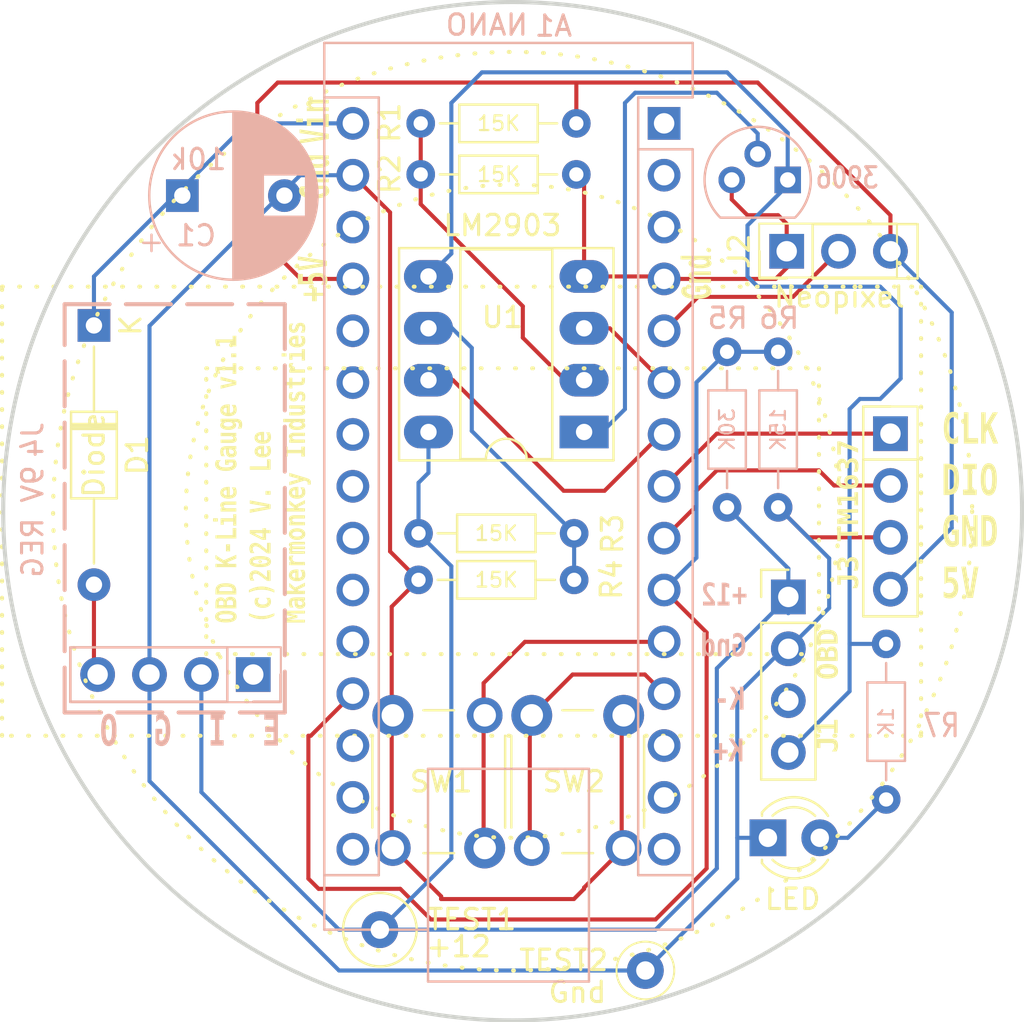
<source format=kicad_pcb>
(kicad_pcb (version 20240108) (generator "pcbnew") (generator_version "8.0")
  (layers (0 "F.Cu" signal) (31 "B.Cu" signal) (34 "B.Paste" user) (35 "F.Paste" user) (36 "B.SilkS" user "B.Silkscreen") (37 "F.SilkS" user "F.Silkscreen") (38 "B.Mask" user) (39 "F.Mask" user) (44 "Edge.Cuts" user))
  (net 0 "")
  (net 1 "GNDREF")
  (net 4 "/K+")
  (net 5 "/K-OUT")
  (net 9 "/RING")
  (net 12 "/SW1")
  (net 20 "/K-IN")
  (net 23 "/12V")
  (net 24 "/EN")
  (net 25 "Net-(Q1-B)")
  (net 26 "Net-(U1A--)")
  (net 27 "Net-(U1B--)")
  (net 28 "/BATMON")
  (net 29 "/DIG-CLK")
  (net 31 "/DIG-DIO")
  (net 32 "Net-(D2-A)")
  (net 33 "/K-")
  (net 34 "/SW2")
  (net 35 "/VSUPPLY")
  (net 36 "/9V OUT")
  (net 37 "/5V")
  (footprint "Diode_THT:D_DO-35_SOD27_P12.70mm_Horizontal" (layer "F.Cu") (at 29.5 40.89941 -90)
    (property "Reference" "D1" (at 6.35 -2.12 90) (layer "F.SilkS"))
    (property "Value" "Diode" (at 6.35 0 90) (layer "F.SilkS"))
    (fp_text user "K" (at 0 -1.8 90) (layer "F.SilkS"))
    (pad "1" thru_hole rect (at 0 0 270) (size 1.6 1.6) (drill 0.8) (layers "*.Cu" "*.Mask") (net 35 "/VSUPPLY"))
    (pad "2" thru_hole oval (at 12.7 0 270) (size 1.6 1.6) (drill 0.8) (layers "*.Cu" "*.Mask") (net 36 "/9V OUT"))
  )
  (footprint "Connector_PinHeader_2.54mm:PinHeader_1x04_P2.54mm_Vertical" (layer "F.Cu") (at 68.5 46.2)
    (property "Reference" "J3" (at -2 6.8 90) (layer "F.SilkS") (effects (font (thickness 0.2) (bold yes))))
    (property "Value" "TM1637" (at -2 2.8 90) (layer "F.SilkS") (effects (font (thickness 0.2) (bold yes))))
    (pad "1" thru_hole rect (at 0 0) (size 1.7 1.7) (drill 1) (layers "*.Cu" "*.Mask") (net 29 "/DIG-CLK"))
    (pad "2" thru_hole oval (at 0 2.54) (size 1.7 1.7) (drill 1) (layers "*.Cu" "*.Mask") (net 31 "/DIG-DIO"))
    (pad "3" thru_hole oval (at 0 5.08) (size 1.7 1.7) (drill 1) (layers "*.Cu" "*.Mask") (net 1 "GNDREF"))
    (pad "4" thru_hole oval (at 0 7.62) (size 1.7 1.7) (drill 1) (layers "*.Cu" "*.Mask") (net 37 "/5V"))
  )
  (footprint "Resistor_THT:R_Axial_DIN0204_L3.6mm_D1.6mm_P7.62mm_Horizontal" (layer "F.Cu") (at 45.5 31)
    (property "Reference" "R1" (at -1.52265 -0.030124 90) (layer "F.SilkS"))
    (property "Value" "15K" (hide yes))
    (fp_text user "15K" (at 3.81 0 0) (layer "F.SilkS") (effects (font (size 0.72 0.72) (thickness 0.108))))
    (pad "1" thru_hole circle (at 0 0) (size 1.4 1.4) (drill 0.7) (layers "*.Cu" "*.Mask") (net 26 "Net-(U1A--)"))
    (pad "2" thru_hole oval (at 7.62 0) (size 1.4 1.4) (drill 0.7) (layers "*.Cu" "*.Mask") (net 37 "/5V"))
  )
  (footprint "Connector_PinHeader_2.54mm:PinHeader_1x04_P2.54mm_Vertical" (layer "F.Cu") (at 63.5 54.2)
    (property "Reference" "J1" (at 2 6.8 90) (layer "F.SilkS") (effects (font (thickness 0.2) (bold yes))))
    (property "Value" "OBD" (at 2 2.8 90) (layer "F.SilkS") (effects (font (thickness 0.2) (bold yes))))
    (pad "1" thru_hole rect (at 0 0) (size 1.7 1.7) (drill 1) (layers "*.Cu" "*.Mask") (net 23 "/12V"))
    (pad "2" thru_hole oval (at 0 2.54) (size 1.7 1.7) (drill 1) (layers "*.Cu" "*.Mask") (net 1 "GNDREF"))
    (pad "3" thru_hole oval (at 0 5.08) (size 1.7 1.7) (drill 1) (layers "*.Cu" "*.Mask") (net 33 "/K-"))
    (pad "4" thru_hole oval (at 0 7.62) (size 1.7 1.7) (drill 1) (layers "*.Cu" "*.Mask") (net 4 "/K+"))
  )
  (footprint "" (layer "F.Cu") (at 56.5 72.5)
    (property "Reference" "TEST2" (at -4 -0.5 0) (layer "F.SilkS"))
    (property "Value" "GND")
    (pad "1" thru_hole circle (at 0 0) (size 1.8 1.8) (drill 0.9) (layers "*.Cu" "*.Mask") (net 1 "GNDREF"))
  )
  (footprint "MountingHole:MountingHole_2.1mm" (layer "F.Cu") (at 66.40899 41.91155)
    (property "Reference" "HOLE2" (hide yes))
    (property "Value" "MountingHole_2.1mm")
    (pad "" np_thru_hole circle (at 0 0) (size 2.1 2.1) (drill 2.1) (layers "F&B.Cu" "*.Mask"))
  )
  (footprint "Button_Switch_THT:SW_PUSH_6mm_H8.5mm" (layer "F.Cu") (at 44.132666 66.5 90)
    (property "Reference" "SW1" (at 3.25 2.367334 0) (layer "F.SilkS"))
    (property "Value" "SW1" (hide yes))
    (pad "1" thru_hole circle (at 0 0 180) (size 1.75 1.75) (drill 1.1) (layers "*.Cu" "*.Mask") (net 1 "GNDREF"))
    (pad "1" thru_hole circle (at 6.5 0 180) (size 2 2) (drill 1.1) (layers "*.Cu" "*.Mask") (net 1 "GNDREF"))
    (pad "2" thru_hole circle (at 0 4.5 180) (size 2 2) (drill 1.1) (layers "*.Cu" "*.Mask") (net 12 "/SW1"))
    (pad "2" thru_hole circle (at 6.5 4.5 180) (size 1.75 1.75) (drill 1.1) (layers "*.Cu" "*.Mask") (net 12 "/SW1"))
  )
  (footprint "Connector_PinHeader_2.54mm:PinHeader_1x03_P2.54mm_Vertical" (layer "F.Cu") (at 63.42 37.264906 90)
    (property "Reference" "J2" (at 0 -2.33 90) (layer "F.SilkS"))
    (property "Value" "Neopixel" (at -2.235094 2.58 0) (layer "F.SilkS"))
    (pad "1" thru_hole rect (at 0 0 90) (size 1.7 1.7) (drill 1) (layers "*.Cu" "*.Mask") (net 1 "GNDREF"))
    (pad "2" thru_hole oval (at 0 2.54 90) (size 1.7 1.7) (drill 1) (layers "*.Cu" "*.Mask") (net 9 "/RING"))
    (pad "3" thru_hole oval (at 0 5.08 90) (size 1.7 1.7) (drill 1) (layers "*.Cu" "*.Mask") (net 37 "/5V"))
  )
  (footprint "Package_DIP:DIP-8_W7.62mm_Socket_LongPads" (layer "F.Cu") (at 53.5 46.12 180)
    (property "Reference" "U1" (at 4 5.62 0) (layer "F.SilkS"))
    (property "Value" "LM2903" (at 4 10.12 0) (layer "F.SilkS"))
    (pad "1" thru_hole rect (at 0 0 180) (size 2.4 1.6) (drill 0.8) (layers "*.Cu" "*.Mask") (net 25 "Net-(Q1-B)"))
    (pad "2" thru_hole oval (at 0 2.54 180) (size 2.4 1.6) (drill 0.8) (layers "*.Cu" "*.Mask") (net 26 "Net-(U1A--)"))
    (pad "3" thru_hole oval (at 0 5.08 180) (size 2.4 1.6) (drill 0.8) (layers "*.Cu" "*.Mask") (net 5 "/K-OUT"))
    (pad "4" thru_hole oval (at 0 7.62 180) (size 2.4 1.6) (drill 0.8) (layers "*.Cu" "*.Mask") (net 1 "GNDREF"))
    (pad "5" thru_hole oval (at 7.62 7.62 180) (size 2.4 1.6) (drill 0.8) (layers "*.Cu" "*.Mask") (net 4 "/K+"))
    (pad "6" thru_hole oval (at 7.62 5.08 180) (size 2.4 1.6) (drill 0.8) (layers "*.Cu" "*.Mask") (net 27 "Net-(U1B--)"))
    (pad "7" thru_hole oval (at 7.62 2.54 180) (size 2.4 1.6) (drill 0.8) (layers "*.Cu" "*.Mask") (net 20 "/K-IN"))
    (pad "8" thru_hole oval (at 7.62 0 180) (size 2.4 1.6) (drill 0.8) (layers "*.Cu" "*.Mask") (net 23 "/12V"))
  )
  (footprint "MountingHole:MountingHole_2.1mm" (layer "F.Cu") (at 38.027066 63.83222)
    (property "Reference" "HOLE1" (hide yes))
    (property "Value" "MountingHole_2.1mm")
    (pad "" np_thru_hole circle (at 0 0) (size 2.1 2.1) (drill 2.1) (layers "F&B.Cu" "*.Mask"))
  )
  (footprint "TestPoint:TestPoint_Loop_D3.50mm_Drill0.9mm_Beaded" (layer "F.Cu") (at 43.5 70.5)
    (property "Reference" "TEST1" (at 4.5 -0.5 0) (layer "F.SilkS"))
    (property "Value" "+12" (at 3.855497 0.827314 0) (layer "F.SilkS"))
    (pad "1" thru_hole circle (at 0 0) (size 1.8 1.8) (drill 0.9) (layers "*.Cu" "*.Mask") (net 23 "/12V"))
  )
  (footprint "Button_Switch_THT:SW_PUSH_6mm_H8.5mm" (layer "F.Cu") (at 55.437901 60 -90)
    (property "Reference" "SW2" (at 3.245403 2.437901 0) (layer "F.SilkS"))
    (property "Value" "SW2" (hide yes))
    (pad "1" thru_hole circle (at 0 0) (size 2 2) (drill 1.1) (layers "*.Cu" "*.Mask") (net 1 "GNDREF"))
    (pad "1" thru_hole circle (at 6.5 0) (size 1.75 1.75) (drill 1.1) (layers "*.Cu" "*.Mask") (net 1 "GNDREF"))
    (pad "2" thru_hole circle (at 0 4.5) (size 2 2) (drill 1.1) (layers "*.Cu" "*.Mask") (net 34 "/SW2"))
    (pad "2" thru_hole circle (at 6.5 4.5) (size 1.75 1.75) (drill 1.1) (layers "*.Cu" "*.Mask") (net 34 "/SW2"))
  )
  (footprint "Resistor_THT:R_Axial_DIN0204_L3.6mm_D1.6mm_P7.62mm_Horizontal" (layer "F.Cu") (at 45.392266 53.363298)
    (property "Reference" "R4" (at 9.441164 -0.00719 90) (layer "F.SilkS"))
    (property "Value" "15K" (hide yes))
    (fp_text user "15K" (at 3.81 0 0) (layer "F.SilkS") (effects (font (size 0.72 0.72) (thickness 0.108))))
    (pad "1" thru_hole circle (at 0 0) (size 1.4 1.4) (drill 0.7) (layers "*.Cu" "*.Mask") (net 1 "GNDREF"))
    (pad "2" thru_hole oval (at 7.62 0) (size 1.4 1.4) (drill 0.7) (layers "*.Cu" "*.Mask") (net 27 "Net-(U1B--)"))
  )
  (footprint "LED_THT:LED_D3.0mm" (layer "F.Cu") (at 62.5 66)
    (property "Reference" "D2" (hide yes))
    (property "Value" "LED")
    (pad "1" thru_hole rect (at 0 0) (size 1.8 1.8) (drill 0.9) (layers "*.Cu" "*.Mask") (net 1 "GNDREF"))
    (pad "2" thru_hole circle (at 2.54 0) (size 1.8 1.8) (drill 0.9) (layers "*.Cu" "*.Mask") (net 32 "Net-(D2-A)"))
  )
  (footprint "Resistor_THT:R_Axial_DIN0204_L3.6mm_D1.6mm_P7.62mm_Horizontal" (layer "F.Cu") (at 45.392266 51.082931)
    (property "Reference" "R3" (at 9.495031 0.028721 90) (layer "F.SilkS"))
    (property "Value" "15K" (hide yes))
    (fp_text user "15K" (at 3.81 0 0) (layer "F.SilkS") (effects (font (size 0.72 0.72) (thickness 0.108))))
    (pad "1" thru_hole circle (at 0 0) (size 1.4 1.4) (drill 0.7) (layers "*.Cu" "*.Mask") (net 23 "/12V"))
    (pad "2" thru_hole oval (at 7.62 0) (size 1.4 1.4) (drill 0.7) (layers "*.Cu" "*.Mask") (net 27 "Net-(U1B--)"))
  )
  (footprint "Resistor_THT:R_Axial_DIN0204_L3.6mm_D1.6mm_P7.62mm_Horizontal" (layer "F.Cu") (at 45.5 33.5)
    (property "Reference" "R2" (at -1.52265 -0.019861 90) (layer "F.SilkS"))
    (property "Value" "15K" (hide yes))
    (fp_text user "15K" (at 3.81 0 0) (layer "F.SilkS") (effects (font (size 0.72 0.72) (thickness 0.108))))
    (pad "1" thru_hole circle (at 0 0) (size 1.4 1.4) (drill 0.7) (layers "*.Cu" "*.Mask") (net 26 "Net-(U1A--)"))
    (pad "2" thru_hole oval (at 7.62 0) (size 1.4 1.4) (drill 0.7) (layers "*.Cu" "*.Mask") (net 1 "GNDREF"))
  )
  (footprint "Module:Arduino_Nano" (layer "B.Cu") (at 57.417895 31 180)
    (property "Reference" "A1" (at 5.417895 4.769353 0) (layer "B.SilkS") (effects (justify mirror)))
    (property "Value" "NANO" (at 8.68139 4.820071 0) (layer "B.SilkS") (effects (justify mirror)))
    (pad "1" thru_hole rect (at 0 0 180) (size 1.6 1.6) (drill 1) (layers "*.Cu" "*.Mask"))
    (pad "2" thru_hole oval (at 0 -2.54 180) (size 1.6 1.6) (drill 1) (layers "*.Cu" "*.Mask"))
    (pad "3" thru_hole oval (at 0 -5.08 180) (size 1.6 1.6) (drill 1) (layers "*.Cu" "*.Mask"))
    (pad "4" thru_hole oval (at 0 -7.62 180) (size 1.6 1.6) (drill 1) (layers "*.Cu" "*.Mask") (net 1 "GNDREF"))
    (pad "5" thru_hole oval (at 0 -10.16 180) (size 1.6 1.6) (drill 1) (layers "*.Cu" "*.Mask") (net 9 "/RING"))
    (pad "6" thru_hole oval (at 0 -12.7 180) (size 1.6 1.6) (drill 1) (layers "*.Cu" "*.Mask") (net 5 "/K-OUT"))
    (pad "7" thru_hole oval (at 0 -15.24 180) (size 1.6 1.6) (drill 1) (layers "*.Cu" "*.Mask") (net 20 "/K-IN"))
    (pad "8" thru_hole oval (at 0 -17.78 180) (size 1.6 1.6) (drill 1) (layers "*.Cu" "*.Mask") (net 29 "/DIG-CLK"))
    (pad "9" thru_hole oval (at 0 -20.32 180) (size 1.6 1.6) (drill 1) (layers "*.Cu" "*.Mask") (net 31 "/DIG-DIO"))
    (pad "10" thru_hole oval (at 0 -22.86 180) (size 1.6 1.6) (drill 1) (layers "*.Cu" "*.Mask") (net 28 "/BATMON"))
    (pad "11" thru_hole oval (at 0 -25.4 180) (size 1.6 1.6) (drill 1) (layers "*.Cu" "*.Mask") (net 12 "/SW1"))
    (pad "12" thru_hole oval (at 0 -27.94 180) (size 1.6 1.6) (drill 1) (layers "*.Cu" "*.Mask") (net 34 "/SW2"))
    (pad "13" thru_hole oval (at 0 -30.48 180) (size 1.6 1.6) (drill 1) (layers "*.Cu" "*.Mask"))
    (pad "14" thru_hole oval (at 0 -33.02 180) (size 1.6 1.6) (drill 1) (layers "*.Cu" "*.Mask"))
    (pad "15" thru_hole oval (at 0 -35.56 180) (size 1.6 1.6) (drill 1) (layers "*.Cu" "*.Mask"))
    (pad "16" thru_hole oval (at 15.24 -35.56 180) (size 1.6 1.6) (drill 1) (layers "*.Cu" "*.Mask"))
    (pad "17" thru_hole oval (at 15.24 -33.02 180) (size 1.6 1.6) (drill 1) (layers "*.Cu" "*.Mask"))
    (pad "18" thru_hole oval (at 15.24 -30.48 180) (size 1.6 1.6) (drill 1) (layers "*.Cu" "*.Mask"))
    (pad "19" thru_hole oval (at 15.24 -27.94 180) (size 1.6 1.6) (drill 1) (layers "*.Cu" "*.Mask") (net 28 "/BATMON"))
    (pad "20" thru_hole oval (at 15.24 -25.4 180) (size 1.6 1.6) (drill 1) (layers "*.Cu" "*.Mask"))
    (pad "21" thru_hole oval (at 15.24 -22.86 180) (size 1.6 1.6) (drill 1) (layers "*.Cu" "*.Mask"))
    (pad "22" thru_hole oval (at 15.24 -20.32 180) (size 1.6 1.6) (drill 1) (layers "*.Cu" "*.Mask"))
    (pad "23" thru_hole oval (at 15.24 -17.78 180) (size 1.6 1.6) (drill 1) (layers "*.Cu" "*.Mask"))
    (pad "24" thru_hole oval (at 15.24 -15.24 180) (size 1.6 1.6) (drill 1) (layers "*.Cu" "*.Mask"))
    (pad "25" thru_hole oval (at 15.24 -12.7 180) (size 1.6 1.6) (drill 1) (layers "*.Cu" "*.Mask"))
    (pad "26" thru_hole oval (at 15.24 -10.16 180) (size 1.6 1.6) (drill 1) (layers "*.Cu" "*.Mask"))
    (pad "27" thru_hole oval (at 15.24 -7.62 180) (size 1.6 1.6) (drill 1) (layers "*.Cu" "*.Mask") (net 37 "/5V"))
    (pad "28" thru_hole oval (at 15.24 -5.08 180) (size 1.6 1.6) (drill 1) (layers "*.Cu" "*.Mask"))
    (pad "29" thru_hole oval (at 15.24 -2.54 180) (size 1.6 1.6) (drill 1) (layers "*.Cu" "*.Mask") (net 1 "GNDREF"))
    (pad "30" thru_hole oval (at 15.24 0 180) (size 1.6 1.6) (drill 1) (layers "*.Cu" "*.Mask") (net 35 "/VSUPPLY"))
  )
  (footprint "Resistor_THT:R_Axial_DIN0204_L3.6mm_D1.6mm_P7.62mm_Horizontal" (layer "B.Cu") (at 68.289676 56.5 -90)
    (property "Reference" "R7" (at 4 -2.710324 0) (layer "B.SilkS") (effects (font (size 1.1 0.9)) (justify mirror)))
    (property "Value" "1K" (hide yes))
    (fp_text user "1K" (at 3.81 0 90) (layer "B.SilkS") (effects (font (size 0.72 0.72) (thickness 0.108)) (justify mirror)))
    (pad "1" thru_hole circle (at 0 0 270) (size 1.4 1.4) (drill 0.7) (layers "*.Cu" "*.Mask") (net 4 "/K+"))
    (pad "2" thru_hole oval (at 7.62 0 270) (size 1.4 1.4) (drill 0.7) (layers "*.Cu" "*.Mask") (net 32 "Net-(D2-A)"))
  )
  (footprint "Resistor_THT:R_Axial_DIN0204_L3.6mm_D1.6mm_P7.62mm_Horizontal" (layer "B.Cu") (at 60.5 49.81 90)
    (property "Reference" "R5" (at 9.266352 0.031988 0) (layer "B.SilkS") (effects (justify mirror)))
    (property "Value" "30K" (hide yes))
    (fp_text user "30K" (at 3.81 0 90) (layer "B.SilkS") (effects (font (size 0.72 0.72) (thickness 0.108)) (justify mirror)))
    (pad "1" thru_hole circle (at 0 0 90) (size 1.4 1.4) (drill 0.7) (layers "*.Cu" "*.Mask") (net 23 "/12V"))
    (pad "2" thru_hole oval (at 7.62 0 90) (size 1.4 1.4) (drill 0.7) (layers "*.Cu" "*.Mask") (net 28 "/BATMON"))
  )
  (footprint "Connector_PinHeader_2.54mm:PinHeader_1x04_P2.54mm_Vertical" (layer "B.Cu") (at 37.3 58 90)
    (property "Reference" "J4" (at 11.5 -10.8 90) (layer "B.SilkS") (effects (justify mirror)))
    (property "Value" "9V REG" (at 7.5 -10.8 90) (layer "B.SilkS") (effects (justify mirror)))
    (pad "1" thru_hole rect (at 0 0 90) (size 1.7 1.7) (drill 1) (layers "*.Cu" "*.Mask") (net 24 "/EN"))
    (pad "2" thru_hole oval (at 0 -2.54 90) (size 1.7 1.7) (drill 1) (layers "*.Cu" "*.Mask") (net 23 "/12V"))
    (pad "3" thru_hole oval (at 0 -5.08 90) (size 1.7 1.7) (drill 1) (layers "*.Cu" "*.Mask") (net 1 "GNDREF"))
    (pad "4" thru_hole oval (at 0 -7.62 90) (size 1.7 1.7) (drill 1) (layers "*.Cu" "*.Mask") (net 36 "/9V OUT"))
  )
  (footprint "Capacitor_THT:CP_Radial_D8.0mm_P5.00mm" (layer "B.Cu") (at 33.827246 34.539399)
    (property "Reference" "C1" (at 0.672754 1.960601 0) (layer "B.SilkS") (effects (justify mirror)))
    (property "Value" "10000uF" (hide yes))
    (fp_text user "10k" (at 0.795457 -1.776307 0) (layer "B.SilkS") (effects (justify mirror)))
    (pad "1" thru_hole rect (at 0 0) (size 1.6 1.6) (drill 0.8) (layers "*.Cu" "*.Mask") (net 35 "/VSUPPLY"))
    (pad "2" thru_hole circle (at 5 0) (size 1.6 1.6) (drill 0.8) (layers "*.Cu" "*.Mask") (net 1 "GNDREF"))
  )
  (footprint "Package_TO_SOT_THT:TO-92" (layer "B.Cu") (at 63.27 33.77 180)
    (property "Reference" "Q1" (hide yes))
    (property "Value" "3906" (at -3.107888 0.102527 0) (layer "B.SilkS") (effects (font (size 1 0.8)) (justify mirror)))
    (pad "1" thru_hole rect (at -0.2 0 180) (size 1.3 1.3) (drill 0.75) (layers "*.Cu" "*.Mask") (net 4 "/K+"))
    (pad "2" thru_hole circle (at 1.27 1.27 180) (size 1.3 1.3) (drill 0.75) (layers "*.Cu" "*.Mask") (net 25 "Net-(Q1-B)"))
    (pad "3" thru_hole circle (at 2.54 0 180) (size 1.3 1.3) (drill 0.75) (layers "*.Cu" "*.Mask") (net 1 "GNDREF"))
  )
  (footprint "Resistor_THT:R_Axial_DIN0204_L3.6mm_D1.6mm_P7.62mm_Horizontal" (layer "B.Cu") (at 63 49.81 90)
    (property "Reference" "R6" (at 9.266352 0.047431 0) (layer "B.SilkS") (effects (justify mirror)))
    (property "Value" "15K" (hide yes))
    (fp_text user "15K" (at 3.81 0 90) (layer "B.SilkS") (effects (font (size 0.72 0.72) (thickness 0.108)) (justify mirror)))
    (pad "1" thru_hole circle (at 0 0 90) (size 1.4 1.4) (drill 0.7) (layers "*.Cu" "*.Mask") (net 1 "GNDREF"))
    (pad "2" thru_hole oval (at 7.62 0 90) (size 1.4 1.4) (drill 0.7) (layers "*.Cu" "*.Mask") (net 28 "/BATMON"))
  )
  (gr_rect (start 28.330404 56.659409) (end 38.651218 59.35797) (stroke (width 0.1)) (fill none) (layer "B.SilkS"))
  (gr_rect (start 28.065346 39.859334) (end 38.845346 59.859334) (stroke (width 0.2) (type dash)) (fill none) (layer "B.SilkS"))
  (gr_rect (start 62.070313 35.911495) (end 68.819764 38.549606) (stroke (width 0.1)) (fill none) (layer "F.SilkS"))
  (gr_circle (center 50 50) (end 66 50) (stroke (width 0.2) (type dot)) (fill none) (layer "F.SilkS"))
  (gr_rect (start 35 43) (end 65 57) (stroke (width 0.2) (type dot)) (fill none) (layer "F.SilkS"))
  (gr_rect (start 25 39) (end 70 61) (stroke (width 0.2) (type dot)) (fill none) (layer "F.SilkS"))
  (gr_circle (center 50 50) (end 72.5 50) (stroke (width 0.2) (type dot)) (fill none) (layer "F.SilkS"))
  (gr_circle (center 56.5 72.5) (end 57.914214 72.5) (stroke (width 0.1)) (fill none) (layer "F.SilkS"))
  (gr_rect (start 67.17 44.87) (end 69.83 55.15) (stroke (width 0.1)) (fill none) (layer "F.SilkS"))
  (gr_circle (center 50 50) (end 74.943316 50) (stroke (width 0.2)) (fill none) (layer "Edge.Cuts"))
  (gr_text "Gnd" (at 61.46337 57.287728 0) (layer "B.SilkS") (effects (font (size 1.1 0.9) (thickness 0.225) (bold yes)) (justify left bottom mirror)))
  (gr_text "E  I  G  O\n" (at 38.628041 61.735482 0) (layer "B.SilkS") (effects (font (size 1.5 1.05) (thickness 0.2625) (bold yes)) (justify left bottom mirror)))
  (gr_text "K-\n" (at 61.378836 59.908265 0) (layer "B.SilkS") (effects (font (size 1.1 0.9) (thickness 0.225) (bold yes)) (justify left bottom mirror)))
  (gr_text "K+" (at 61.322481 62.444269 0) (layer "B.SilkS") (effects (font (size 1.1 0.9) (thickness 0.225) (bold yes)) (justify left bottom mirror)))
  (gr_text "+12" (at 61.491548 54.808079 0) (layer "B.SilkS") (effects (font (size 1.1 0.9) (thickness 0.225) (bold yes)) (justify left bottom mirror)))
  (gr_text "Gnd\n" (at 53.170529 73.564411 0) (layer "F.SilkS") (effects (font (size 1 1))))
  (gr_text "Gnd" (at 41.233998 34.750131 90) (layer "F.SilkS") (effects (font (size 1.4 0.9) (thickness 0.225) (bold yes)) (justify left bottom)))
  (gr_text "LED" (at 63.714843 69.005208 0) (layer "F.SilkS") (effects (font (size 1 1))))
  (gr_text "Vin" (at 41.233998 32.018232 90) (layer "F.SilkS") (effects (font (size 1.4 0.9) (thickness 0.225) (bold yes)) (justify left bottom)))
  (gr_text "CLK\nDIO\nGND\n5V\n" (at 71 54.5 0) (layer "F.SilkS") (effects (font (size 1.5 1.1) (thickness 0.275) (bold yes)) (justify left bottom)))
  (gr_text "+5V" (at 41.148336 39.753392 90) (layer "F.SilkS") (effects (font (size 1.4 0.9) (thickness 0.225) (bold yes)) (justify left bottom)))
  (gr_text "OBD K-Line Gauge v1.1\n(c)2024 V. Lee\nMakermonkey Industries" (at 40 55.5 90) (layer "F.SilkS") (effects (font (size 1 0.8) (thickness 0.2) (bold yes)) (justify left bottom)))
  (gr_text "Gnd" (at 59.950562 39.670481 90) (layer "F.SilkS") (effects (font (size 1.4 0.9) (thickness 0.225) (bold yes)) (justify left bottom)))
  (segment (start 63.42 38.08) (end 63.42 35.92) (width 0.2) (layer "F.Cu") (net 1))
  (segment (start 63 49.81) (end 64.47 51.28) (width 0.2) (layer "F.Cu") (net 1))
  (segment (start 53.12 38.38) (end 53 38.5) (width 0.2) (layer "F.Cu") (net 1))
  (segment (start 63.42 38.08) (end 62.88 38.62) (width 0.2) (layer "F.Cu") (net 1))
  (segment (start 64.47 51.28) (end 68.5 51.28) (width 0.2) (layer "F.Cu") (net 1))
  (segment (start 61.5 35.5) (end 60.73 34.73) (width 0.2) (layer "F.Cu") (net 1))
  (segment (start 63 35.5) (end 61.5 35.5) (width 0.2) (layer "F.Cu") (net 1))
  (segment (start 57.297895 38.5) (end 57.417895 38.62) (width 0.2) (layer "F.Cu") (net 1))
  (segment (start 53.5 68.437901) (end 55.437901 66.5) (width 0.2) (layer "F.Cu") (net 1))
  (segment (start 44.079616 54.675948) (end 44.079616 67.136411) (width 0.2) (layer "F.Cu") (net 1))
  (segment (start 44.132666 66.5) (end 46.5 68.867334) (width 0.2) (layer "F.Cu") (net 1))
  (segment (start 53 69) (end 53.5 68.5) (width 0.2) (layer "F.Cu") (net 1))
  (segment (start 44 51.971032) (end 45.76833 53.739362) (width 0.2) (layer "F.Cu") (net 1))
  (segment (start 46.5 68.867334) (end 46.5 69) (width 0.2) (layer "F.Cu") (net 1))
  (segment (start 46.5 69) (end 53 69) (width 0.2) (layer "F.Cu") (net 1))
  (segment (start 45.392266 53.363298) (end 44.079616 54.675948) (width 0.2) (layer "F.Cu") (net 1))
  (segment (start 53.5 33.88) (end 53.12 33.5) (width 0.2) (layer "F.Cu") (net 1))
  (segment (start 53.12 38.62) (end 53 38.5) (width 0.2) (layer "F.Cu") (net 1))
  (segment (start 62.88 38.62) (end 57.417895 38.62) (width 0.2) (layer "F.Cu") (net 1))
  (segment (start 44 35.362105) (end 44 51.971032) (width 0.2) (layer "F.Cu") (net 1))
  (segment (start 53.5 68.5) (end 53.5 68.437901) (width 0.2) (layer "F.Cu") (net 1))
  (segment (start 42.177895 33.54) (end 44 35.362105) (width 0.2) (layer "F.Cu") (net 1))
  (segment (start 53.5 38.5) (end 53.5 33.88) (width 0.2) (layer "F.Cu") (net 1))
  (segment (start 63.42 35.92) (end 63 35.5) (width 0.2) (layer "F.Cu") (net 1))
  (segment (start 53.5 38.5) (end 57.297895 38.5) (width 0.2) (layer "F.Cu") (net 1))
  (segment (start 55.340802 67.217207) (end 55.340802 60.717207) (width 0.2) (layer "F.Cu") (net 1))
  (segment (start 60.73 34.73) (end 60.73 33.77) (width 0.2) (layer "F.Cu") (net 1))
  (segment (start 63.26 56.74) (end 61 59) (width 0.2) (layer "B.Cu") (net 1))
  (segment (start 32.22 63.22) (end 41.5 72.5) (width 0.2) (layer "B.Cu") (net 1))
  (segment (start 63.5 56.74) (end 65.5 54.74) (width 0.2) (layer "B.Cu") (net 1))
  (segment (start 32.22 40.92109) (end 32.22 63.22) (width 0.2) (layer "B.Cu") (net 1))
  (segment (start 41.5 72.5) (end 56.5 72.5) (width 0.2) (layer "B.Cu") (net 1))
  (segment (start 61 68) (end 56.5 72.5) (width 0.2) (layer "B.Cu") (net 1))
  (segment (start 61 59) (end 61 68) (width 0.2) (layer "B.Cu") (net 1))
  (segment (start 42.177895 33.54) (end 39.60109 33.54) (width 0.2) (layer "B.Cu") (net 1))
  (segment (start 65.5 52.31) (end 63 49.81) (width 0.2) (layer "B.Cu") (net 1))
  (segment (start 61 66) (end 62.5 66) (width 0.2) (layer "B.Cu") (net 1))
  (segment (start 63.5 56.74) (end 63.26 56.74) (width 0.2) (layer "B.Cu") (net 1))
  (segment (start 65.5 54.74) (end 65.5 52.31) (width 0.2) (layer "B.Cu") (net 1))
  (segment (start 39.60109 33.54) (end 32.22 40.92109) (width 0.2) (layer "B.Cu") (net 1))
  (segment (start 60.5 28.5) (end 63.47 31.47) (width 0.2) (layer "B.Cu") (net 4))
  (segment (start 63.5 61.82) (end 66.5 58.82) (width 0.2) (layer "B.Cu") (net 4))
  (segment (start 45.88 38.5) (end 47 37.38) (width 0.2) (layer "B.Cu") (net 4))
  (segment (start 63.47 31.47) (end 63.47 33.77) (width 0.2) (layer "B.Cu") (net 4))
  (segment (start 68 44.5) (end 67 44.5) (width 0.2) (layer "B.Cu") (net 4))
  (segment (start 61.5 38.5) (end 62 39) (width 0.2) (layer "B.Cu") (net 4))
  (segment (start 69 43.5) (end 68 44.5) (width 0.2) (layer "B.Cu") (net 4))
  (segment (start 61.5 36) (end 63.47 34.03) (width 0.2) (layer "B.Cu") (net 4))
  (segment (start 69 40) (end 69 43.5) (width 0.2) (layer "B.Cu") (net 4))
  (segment (start 61.5 36) (end 61.5 38.5) (width 0.2) (layer "B.Cu") (net 4))
  (segment (start 48.5 28.5) (end 60.5 28.5) (width 0.2) (layer "B.Cu") (net 4))
  (segment (start 62 39) (end 68 39) (width 0.2) (layer "B.Cu") (net 4))
  (segment (start 66.5 45) (end 66.5 58.82) (width 0.2) (layer "B.Cu") (net 4))
  (segment (start 67 44.5) (end 66.5 45) (width 0.2) (layer "B.Cu") (net 4))
  (segment (start 47 30) (end 48.5 28.5) (width 0.2) (layer "B.Cu") (net 4))
  (segment (start 68.289676 56.5) (end 66.5 56.5) (width 0.2) (layer "B.Cu") (net 4))
  (segment (start 68 39) (end 69 40) (width 0.2) (layer "B.Cu") (net 4))
  (segment (start 47 37.38) (end 47 30) (width 0.2) (layer "B.Cu") (net 4))
  (segment (start 63.47 34.03) (end 63.47 33.77) (width 0.2) (layer "B.Cu") (net 4))
  (segment (start 53.5 41.04) (end 54.757895 41.04) (width 0.2) (layer "F.Cu") (net 5))
  (segment (start 54.757895 41.04) (end 57.417895 43.7) (width 0.2) (layer "F.Cu") (net 5))
  (segment (start 59.077895 39.5) (end 63.724906 39.5) (width 0.2) (layer "F.Cu") (net 9))
  (segment (start 57.417895 41.16) (end 59.077895 39.5) (width 0.2) (layer "F.Cu") (net 9))
  (segment (start 63.724906 39.5) (end 65.96 37.264906) (width 0.2) (layer "F.Cu") (net 9))
  (segment (start 57.417895 56.4) (end 50.6 56.4) (width 0.2) (layer "F.Cu") (net 12))
  (segment (start 50.6 56.4) (end 48.579616 58.420384) (width 0.2) (layer "F.Cu") (net 12))
  (segment (start 48.579616 58.420384) (end 48.579616 67.136411) (width 0.2) (layer "F.Cu") (net 12))
  (segment (start 57.26 46.24) (end 54.5 49) (width 0.2) (layer "F.Cu") (net 20))
  (segment (start 54.5 49) (end 52.5 49) (width 0.2) (layer "F.Cu") (net 20))
  (segment (start 52.5 49) (end 47.08 43.58) (width 0.2) (layer "F.Cu") (net 20))
  (segment (start 47.08 43.58) (end 45.88 43.58) (width 0.2) (layer "F.Cu") (net 20))
  (segment (start 57.417895 46.24) (end 57.26 46.24) (width 0.2) (layer "F.Cu") (net 20))
  (segment (start 45.88 46.12) (end 45.88 48.12) (width 0.2) (layer "B.Cu") (net 23))
  (segment (start 45.88 48.12) (end 45.392266 48.607734) (width 0.2) (layer "B.Cu") (net 23))
  (segment (start 47 52.690665) (end 47 67) (width 0.2) (layer "B.Cu") (net 23))
  (segment (start 41.5 70.5) (end 57 70.5) (width 0.2) (layer "B.Cu") (net 23))
  (segment (start 47 67) (end 43.5 70.5) (width 0.2) (layer "B.Cu") (net 23))
  (segment (start 45.38 51.070665) (end 47 52.690665) (width 0.2) (layer "B.Cu") (net 23))
  (segment (start 34.76 63.76) (end 41.5 70.5) (width 0.2) (layer "B.Cu") (net 23))
  (segment (start 60 57.7) (end 63.5 54.2) (width 0.2) (layer "B.Cu") (net 23))
  (segment (start 60.5 49.81) (end 63.5 52.81) (width 0.2) (layer "B.Cu") (net 23))
  (segment (start 63.5 52.81) (end 63.5 55) (width 0.2) (layer "B.Cu") (net 23))
  (segment (start 60 67.5) (end 60 57.7) (width 0.2) (layer "B.Cu") (net 23))
  (segment (start 34.76 58) (end 34.76 63.76) (width 0.2) (layer "B.Cu") (net 23))
  (segment (start 45.392266 48.607734) (end 45.392266 51.082931) (width 0.2) (layer "B.Cu") (net 23))
  (segment (start 57 70.5) (end 60 67.5) (width 0.2) (layer "B.Cu") (net 23))
  (segment (start 55.5 30) (end 55.5 45) (width 0.2) (layer "B.Cu") (net 25))
  (segment (start 62 31.5) (end 60 29.5) (width 0.2) (layer "B.Cu") (net 25))
  (segment (start 60 29.5) (end 56 29.5) (width 0.2) (layer "B.Cu") (net 25))
  (segment (start 54.38 46.12) (end 53.5 46.12) (width 0.2) (layer "B.Cu") (net 25))
  (segment (start 55.5 45) (end 54.38 46.12) (width 0.2) (layer "B.Cu") (net 25))
  (segment (start 56 29.5) (end 55.5 30) (width 0.2) (layer "B.Cu") (net 25))
  (segment (start 62 32.5) (end 62 31.5) (width 0.2) (layer "B.Cu") (net 25))
  (segment (start 53 43.58) (end 52.58 43.58) (width 0.2) (layer "F.Cu") (net 26))
  (segment (start 50.5 41.5) (end 50.5 39.96) (width 0.2) (layer "F.Cu") (net 26))
  (segment (start 50.5 39.96) (end 45.5 34.96) (width 0.2) (layer "F.Cu") (net 26))
  (segment (start 45.5 34.96) (end 45.5 31) (width 0.2) (layer "F.Cu") (net 26))
  (segment (start 52.58 43.58) (end 50.5 41.5) (width 0.2) (layer "F.Cu") (net 26))
  (segment (start 48 42) (end 48 46.070665) (width 0.2) (layer "B.Cu") (net 27))
  (segment (start 48 46.070665) (end 53.012266 51.082931) (width 0.2) (layer "B.Cu") (net 27))
  (segment (start 47.04 41.04) (end 48 42) (width 0.2) (layer "B.Cu") (net 27))
  (segment (start 45.88 41.04) (end 47.04 41.04) (width 0.2) (layer "B.Cu") (net 27))
  (segment (start 53.012266 53.363298) (end 53.012266 51.082931) (width 0.2) (layer "B.Cu") (net 27))
  (segment (start 40.117895 61) (end 40 61) (width 0.2) (layer "F.Cu") (net 28))
  (segment (start 40 68) (end 40.5 68.5) (width 0.2) (layer "F.Cu") (net 28))
  (segment (start 57 70) (end 59.5 67.5) (width 0.2) (layer "F.Cu") (net 28))
  (segment (start 40 61) (end 40 68) (width 0.2) (layer "F.Cu") (net 28))
  (segment (start 40.5 68.5) (end 44.5 68.5) (width 0.2) (layer "F.Cu") (net 28))
  (segment (start 42.177895 58.94) (end 40.117895 61) (width 0.2) (layer "F.Cu") (net 28))
  (segment (start 46 70) (end 57 70) (width 0.2) (layer "F.Cu") (net 28))
  (segment (start 59.5 67.5) (end 59.5 55.942105) (width 0.2) (layer "F.Cu") (net 28))
  (segment (start 59.5 55.942105) (end 57.417895 53.86) (width 0.2) (layer "F.Cu") (net 28))
  (segment (start 44.5 68.5) (end 46 70) (width 0.2) (layer "F.Cu") (net 28))
  (segment (start 60.5 42.19) (end 59 43.69) (width 0.2) (layer "B.Cu") (net 28))
  (segment (start 60.5 42.19) (end 63 42.19) (width 0.2) (layer "B.Cu") (net 28))
  (segment (start 59 43.69) (end 59 52.277895) (width 0.2) (layer "B.Cu") (net 28))
  (segment (start 59 52.277895) (end 57.417895 53.86) (width 0.2) (layer "B.Cu") (net 28))
  (segment (start 57.197895 49) (end 59.997895 46.2) (width 0.2) (layer "F.Cu") (net 29))
  (segment (start 68.5 46.2) (end 59.997895 46.2) (width 0.2) (layer "F.Cu") (net 29))
  (segment (start 59 49) (end 60 48) (width 0.2) (layer "F.Cu") (net 31))
  (segment (start 57.417895 51.32) (end 59 49.737895) (width 0.2) (layer "F.Cu") (net 31))
  (segment (start 65.74 48.74) (end 68.5 48.74) (width 0.2) (layer "F.Cu") (net 31))
  (segment (start 59 49.737895) (end 59 49) (width 0.2) (layer "F.Cu") (net 31))
  (segment (start 65 48) (end 65.74 48.74) (width 0.2) (layer "F.Cu") (net 31))
  (segment (start 60 48) (end 65 48) (width 0.2) (layer "F.Cu") (net 31))
  (segment (start 66.409676 66) (end 65.04 66) (width 0.2) (layer "B.Cu") (net 32))
  (segment (start 68.289676 64.12) (end 66.409676 66) (width 0.2) (layer "B.Cu") (net 32))
  (segment (start 50.840802 60.717207) (end 50.840802 67.217207) (width 0.2) (layer "F.Cu") (net 34))
  (segment (start 57.417895 58.94) (end 56.477895 58) (width 0.2) (layer "F.Cu") (net 34))
  (segment (start 52.937901 58) (end 50.937901 60) (width 0.2) (layer "F.Cu") (net 34))
  (segment (start 56.477895 58) (end 52.937901 58) (width 0.2) (layer "F.Cu") (net 34))
  (segment (start 33.827246 34.539399) (end 33.460601 34.539399) (width 0.2) (layer "B.Cu") (net 35))
  (segment (start 37 31) (end 42.177895 31) (width 0.2) (layer "B.Cu") (net 35))
  (segment (start 33.460601 34.539399) (end 29.5 38.5) (width 0.2) (layer "B.Cu") (net 35))
  (segment (start 29.5 40.89941) (end 29.5 38.5) (width 0.2) (layer "B.Cu") (net 35))
  (segment (start 33.827246 34.172754) (end 33.827246 34.539399) (width 0.2) (layer "B.Cu") (net 35))
  (segment (start 37 31) (end 33.827246 34.172754) (width 0.2) (layer "B.Cu") (net 35))
  (segment (start 29.5 57.82) (end 29.68 58) (width 0.2) (layer "F.Cu") (net 36))
  (segment (start 29.5 53.59941) (end 29.5 57.82) (width 0.2) (layer "F.Cu") (net 36))
  (segment (start 38.5 29) (end 37.5 30) (width 0.2) (layer "F.Cu") (net 37))
  (segment (start 37.5 30) (end 37.5 36.5) (width 0.2) (layer "F.Cu") (net 37))
  (segment (start 68.5 35.5) (end 68.5 37.264906) (width 0.2) (layer "F.Cu") (net 37))
  (segment (start 53.12 29.12) (end 53.12 31) (width 0.2) (layer "F.Cu") (net 37))
  (segment (start 37.5 36.5) (end 39.62 38.62) (width 0.2) (layer "F.Cu") (net 37))
  (segment (start 62 29) (end 68.5 35.5) (width 0.2) (layer "F.Cu") (net 37))
  (segment (start 39.62 38.62) (end 42.177895 38.62) (width 0.2) (layer "F.Cu") (net 37))
  (segment (start 38.5 29) (end 62 29) (width 0.2) (layer "F.Cu") (net 37))
  (segment (start 71.5 50.82) (end 68.5 53.82) (width 0.2) (layer "B.Cu") (net 37))
  (segment (start 71.5 40.264906) (end 71.5 50.82) (width 0.2) (layer "B.Cu") (net 37))
  (segment (start 68.5 37.264906) (end 71.5 40.264906) (width 0.2) (layer "B.Cu") (net 37))
)
</source>
